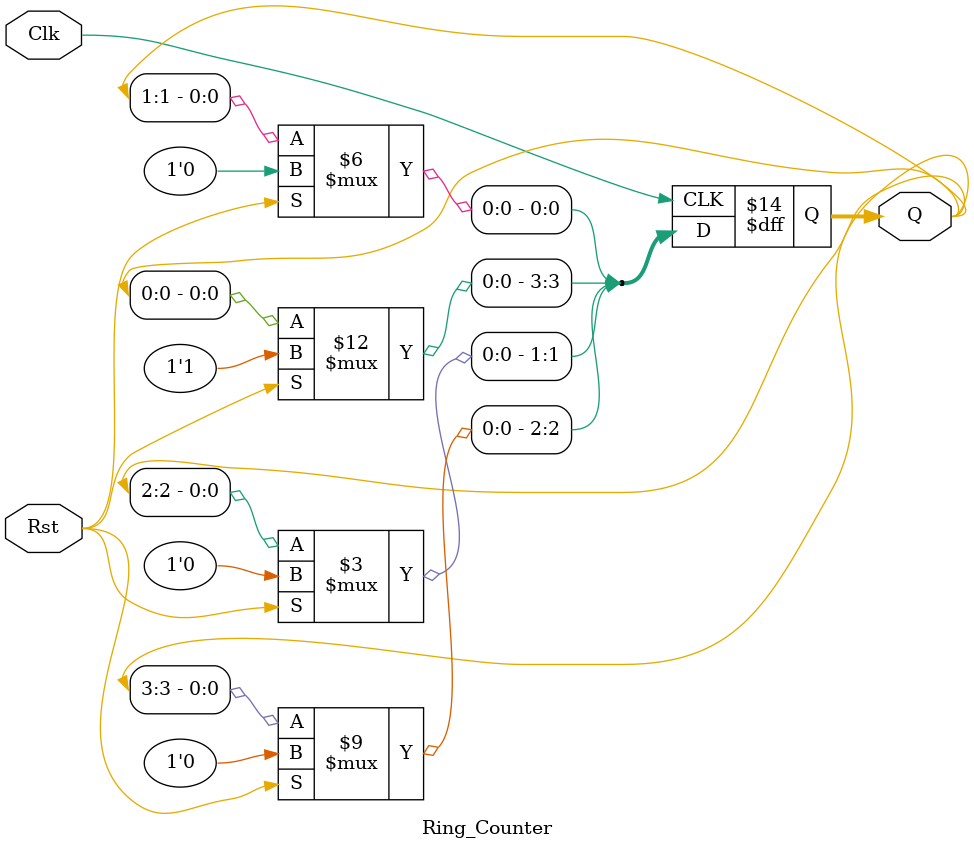
<source format=v>
module Ring_Counter(Clk,Rst,Q);
	input Clk,Rst;
	output reg [3:0]Q;
	always @(posedge Clk)
		begin
			if(Rst)
				Q <= 4'b1000;
			else
				begin
					Q[3] <= Q[0];
					Q[2] <= Q[3];
					Q[1] <= Q[2];
					Q[0] <= Q[1];
				end
		end
endmodule

</source>
